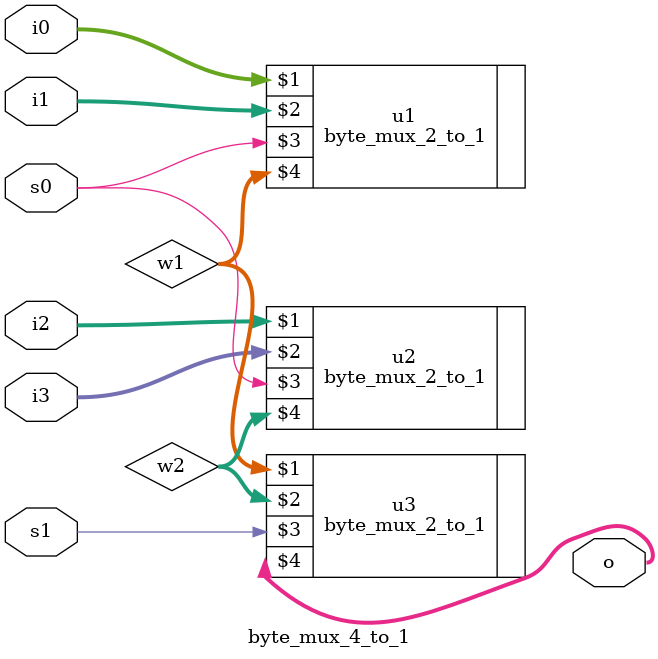
<source format=v>
`timescale 1ns / 1ps
module byte_mux_4_to_1(
    input [7:0] i0,
    input [7:0] i1,
    input [7:0] i2,
    input [7:0] i3,
    input s0,
    input s1,
    output [7:0] o
    );
	 
	 wire [7:0] w1,w2;
	 
	 byte_mux_2_to_1 u1(i0,i1,s0,w1);
	 byte_mux_2_to_1 u2(i2,i3,s0,w2);
	 byte_mux_2_to_1 u3(w1,w2,s1,o);


endmodule

</source>
